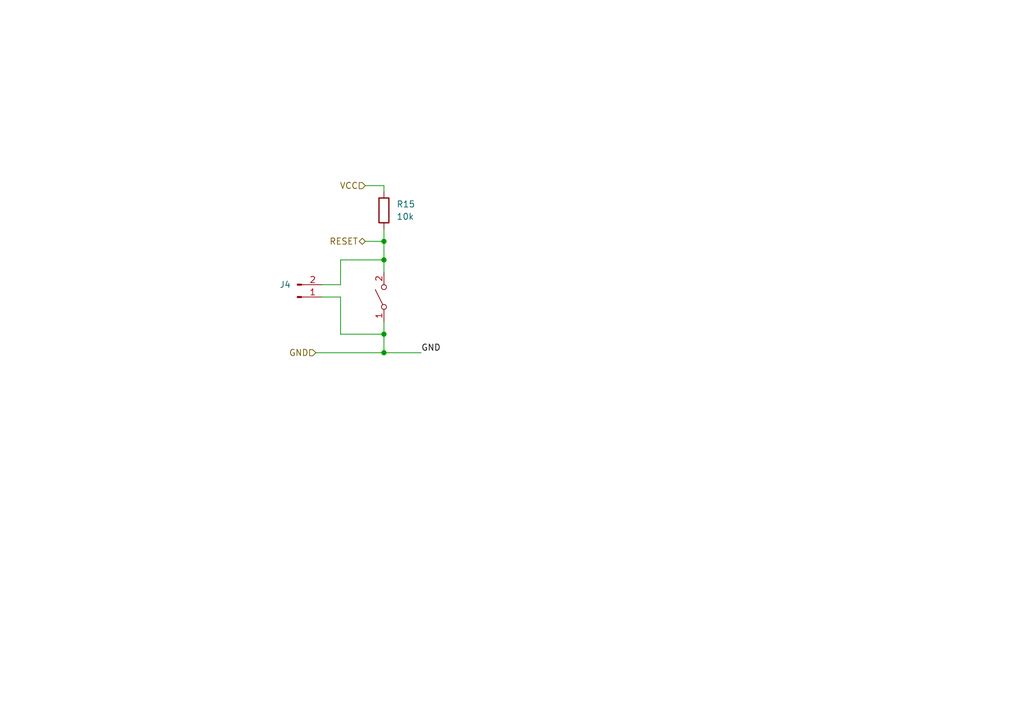
<source format=kicad_sch>
(kicad_sch (version 20231120) (generator "eeschema") (generator_version "8.0")
  (paper "A5")
  (title_block (title "REset") (date "2024-04-17") (rev "1.0"))
  (lib_symbols
    (symbol "Connector:Conn_01x02_Pin" (pin_names (offset 1.016) hide)
      (property "Reference" "J" (at 0 2.54 0))
      (property "Value" "Conn_01x02_Pin" (at 0 -5.08 0))
      (symbol "Conn_01x02_Pin_1_1"
        (polyline (pts (xy 1.27 -2.54) (xy 0.8636 -2.54)) (stroke (width 0.1524)))
        (polyline (pts (xy 1.27 0) (xy 0.8636 0)) (stroke (width 0.1524)))
        (rectangle (start 0.8636 -2.413) (end 0 -2.667) (stroke (width 0.1524)) (fill (type outline)))
        (rectangle (start 0.8636 0.127) (end 0 -0.127) (stroke (width 0.1524)) (fill (type outline)))
        (pin passive line (at 5.08 0 180) (length 3.81) (name "Pin_1") (number "1"))
        (pin passive line (at 5.08 -2.54 180) (length 3.81) (name "Pin_2") (number "2"))
      )
    )
    (symbol "Device:R" (pin_numbers hide) (pin_names (offset 0))
      (property "Reference" "R" (at 2.032 0 90))
      (property "Value" "R" (at 0 0 90))
      (symbol "R_0_1"
        (rectangle (start -1.016 -2.54) (end 1.016 2.54) (stroke (width 0.254)))
      )
      (symbol "R_1_1"
        (pin passive line (at 0 3.81 270) (length 1.27) (name "~") (number "1"))
        (pin passive line (at 0 -3.81 90) (length 1.27) (name "~") (number "2"))
      )
    )
    (symbol "Switch:SW_DPST_x2" (pin_names (offset 0) hide)
      (property "Reference" "SW" (at 0 3.175 0))
      (property "Value" "SW_DPST_x2" (at 0 -2.54 0))
      (symbol "SW_DPST_x2_0_0"
        (circle (center -2.032 0) (radius 0.508))
        (polyline (pts (xy -1.524 0.254) (xy 1.524 1.778)))
        (circle (center 2.032 0) (radius 0.508))
      )
      (symbol "SW_DPST_x2_1_1"
        (pin passive line (at -5.08 0 0) (length 2.54) (name "A") (number "1"))
        (pin passive line (at 5.08 0 180) (length 2.54) (name "B") (number "2"))
      )
      (symbol "SW_DPST_x2_2_1"
        (pin passive line (at -5.08 0 0) (length 2.54) (name "A") (number "3"))
        (pin passive line (at 5.08 0 180) (length 2.54) (name "B") (number "4"))
      )
    )
  )
  (junction (at 78.74 72.39))
  (junction (at 78.74 53.34))
  (junction (at 78.74 49.53))
  (junction (at 78.74 68.58))
  (wire (pts (xy 69.85 68.58) (xy 78.74 68.58)))
  (wire (pts (xy 66.04 60.96) (xy 69.85 60.96)))
  (wire (pts (xy 69.85 60.96) (xy 69.85 68.58)))
  (wire (pts (xy 69.85 58.42) (xy 69.85 53.34)))
  (wire (pts (xy 78.74 39.37) (xy 78.74 38.1)))
  (wire (pts (xy 78.74 46.99) (xy 78.74 49.53)))
  (wire (pts (xy 78.74 66.04) (xy 78.74 68.58)))
  (wire (pts (xy 69.85 53.34) (xy 78.74 53.34)))
  (wire (pts (xy 78.74 72.39) (xy 86.36 72.39)))
  (wire (pts (xy 64.77 72.39) (xy 78.74 72.39)))
  (wire (pts (xy 78.74 49.53) (xy 74.93 49.53)))
  (wire (pts (xy 74.93 38.1) (xy 78.74 38.1)))
  (wire (pts (xy 78.74 53.34) (xy 78.74 55.88)))
  (wire (pts (xy 66.04 58.42) (xy 69.85 58.42)))
  (wire (pts (xy 78.74 49.53) (xy 78.74 53.34)))
  (wire (pts (xy 78.74 68.58) (xy 78.74 72.39)))
  (label "GND" (at 86.36 72.39 0))
  (hierarchical_label "GND" (shape input) (at 64.77 72.39 180))
  (hierarchical_label "RESET" (shape bidirectional) (at 74.93 49.53 180))
  (hierarchical_label "VCC" (shape input) (at 74.93 38.1 180))
  (symbol (lib_id "Switch:SW_DPST_x2") (at 78.74 60.96 90) (unit 1)
    (property "Reference" "SW1" (effects (hide yes)))
    (property "Value" "PB_SMD_12V_50MA_6MM_6MM" (effects (hide yes)))
    (property "Footprint" "Button_Switch_SMD:SW_Push_1P1T_NO_CK_KSC7xxJ" (effects (hide yes)))
    (property "Description" "Single Pole Single Throw (SPST) switch, separate symbol" (effects (hide yes)))
  )
  (symbol (lib_id "Connector:Conn_01x02_Pin") (at 60.96 60.96 0) (mirror x) (unit 1)
    (property "Reference" "J4" (at 59.69 58.4199 0) (effects (justify right)))
    (property "Value" "KF128-2.54_2P" (effects (hide yes)))
    (property "Footprint" "TerminalBlock_Phoenix:TerminalBlock_Phoenix_MPT-0,5-2-2.54_1x02_P2.54mm_Horizontal" (effects (hide yes)))
  )
  (symbol (lib_id "Device:R") (at 78.74 43.18 0) (unit 1)
    (property "Reference" "R15" (at 81.28 41.91 0) (effects (justify left)))
    (property "Value" "10k" (at 81.28 44.45 0) (effects (justify left)))
    (property "Footprint" "Resistor_SMD:R_0603_1608Metric" (effects (hide yes)))
  )
)
</source>
